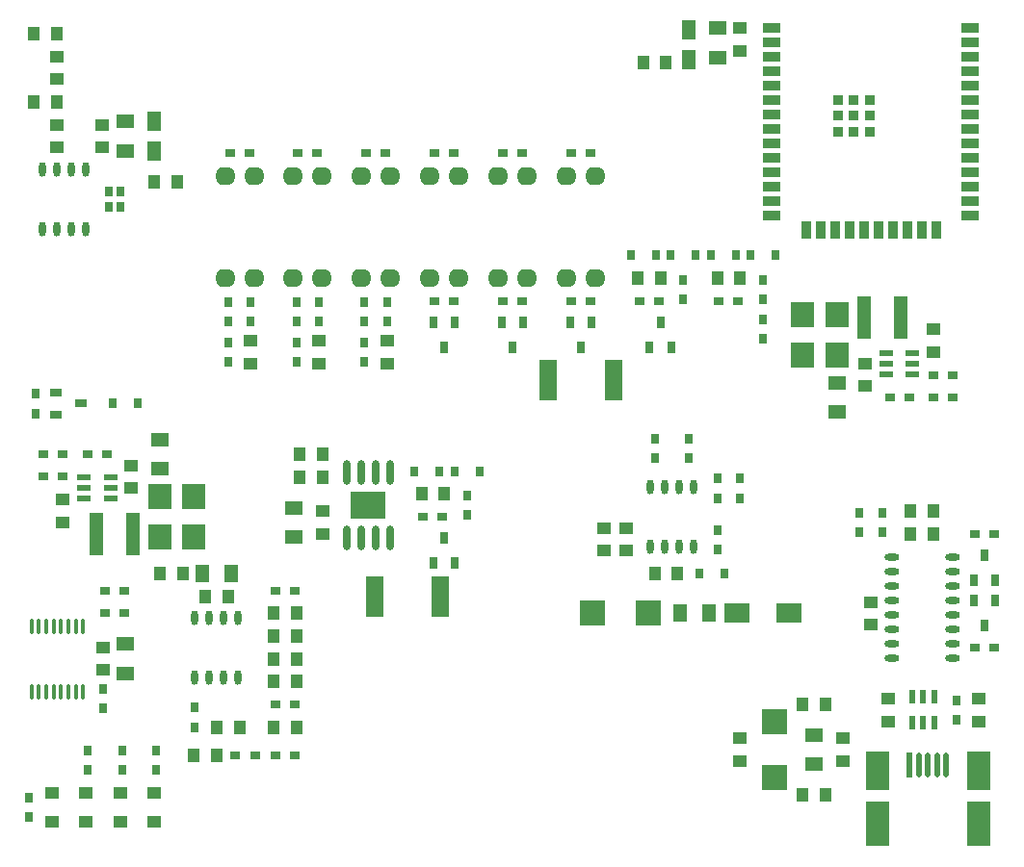
<source format=gtp>
G04*
G04 #@! TF.GenerationSoftware,Altium Limited,Altium Designer,22.10.1 (41)*
G04*
G04 Layer_Color=8421504*
%FSLAX25Y25*%
%MOIN*%
G70*
G04*
G04 #@! TF.SameCoordinates,26C55208-6D98-4306-9539-90E50C8D8735*
G04*
G04*
G04 #@! TF.FilePolarity,Positive*
G04*
G01*
G75*
%ADD14R,0.03543X0.03543*%
%ADD15R,0.03150X0.03543*%
%ADD16R,0.12205X0.09449*%
%ADD17O,0.02362X0.08661*%
%ADD18R,0.07874X0.15748*%
%ADD19R,0.07874X0.13780*%
%ADD20R,0.01968X0.08661*%
%ADD21O,0.01968X0.08661*%
%ADD22R,0.02559X0.03347*%
%ADD23R,0.03937X0.04724*%
%ADD24R,0.04724X0.03937*%
%ADD25R,0.06496X0.04724*%
%ADD26R,0.03543X0.03150*%
%ADD27R,0.03150X0.03937*%
%ADD28O,0.05118X0.02362*%
%ADD29R,0.02362X0.04724*%
%ADD30R,0.08898X0.08504*%
%ADD31O,0.02362X0.05118*%
%ADD32R,0.08504X0.08898*%
%ADD33R,0.04724X0.06496*%
%ADD34R,0.08661X0.06693*%
%ADD35R,0.04724X0.02362*%
%ADD36R,0.07874X0.08661*%
%ADD37R,0.05118X0.14567*%
%ADD38R,0.03937X0.03150*%
%ADD39R,0.04921X0.04331*%
%ADD40R,0.06496X0.14488*%
%ADD41O,0.01575X0.05315*%
%ADD42R,0.05906X0.03543*%
%ADD43R,0.03543X0.05906*%
%ADD44R,0.04921X0.07087*%
%ADD45O,0.07087X0.06299*%
%ADD46R,0.02953X0.03347*%
D14*
X287795Y249528D02*
D03*
X298819D02*
D03*
X293307D02*
D03*
X287795Y260551D02*
D03*
X298819D02*
D03*
X293307D02*
D03*
Y255039D02*
D03*
X298819D02*
D03*
X287795D02*
D03*
D15*
X10236Y151969D02*
D03*
Y158661D02*
D03*
X51968Y28543D02*
D03*
Y35236D02*
D03*
X159449Y123425D02*
D03*
Y116732D02*
D03*
X261811Y191535D02*
D03*
Y198228D02*
D03*
X234252D02*
D03*
Y191535D02*
D03*
X328740Y45866D02*
D03*
Y52559D02*
D03*
X253937Y122638D02*
D03*
Y129331D02*
D03*
X246063D02*
D03*
Y122638D02*
D03*
X236221Y136417D02*
D03*
Y143110D02*
D03*
X224410Y136417D02*
D03*
Y143110D02*
D03*
X246063Y111614D02*
D03*
Y104921D02*
D03*
X65335Y50000D02*
D03*
Y43307D02*
D03*
X7874Y18898D02*
D03*
Y12205D02*
D03*
X28346Y28543D02*
D03*
Y35236D02*
D03*
X40157Y28543D02*
D03*
Y35236D02*
D03*
X33465Y49803D02*
D03*
Y56496D02*
D03*
X131890Y190354D02*
D03*
Y183661D02*
D03*
X124016Y190354D02*
D03*
Y183661D02*
D03*
X108268Y190354D02*
D03*
Y183661D02*
D03*
X100394Y190354D02*
D03*
Y183661D02*
D03*
X124016Y176575D02*
D03*
Y169882D02*
D03*
X100394Y176575D02*
D03*
Y169882D02*
D03*
X303150Y117520D02*
D03*
Y110827D02*
D03*
X295276Y117520D02*
D03*
Y110827D02*
D03*
X261811Y184449D02*
D03*
Y177756D02*
D03*
X76772Y169882D02*
D03*
Y176575D02*
D03*
X84646Y183661D02*
D03*
Y190354D02*
D03*
X76772Y183661D02*
D03*
Y190354D02*
D03*
D16*
X125197Y120079D02*
D03*
D17*
X132697Y131378D02*
D03*
X127697D02*
D03*
X122697D02*
D03*
X117697D02*
D03*
X132697Y108780D02*
D03*
X127697D02*
D03*
X122697D02*
D03*
X117697D02*
D03*
D18*
X336417Y9843D02*
D03*
X301378D02*
D03*
D19*
X336417Y28150D02*
D03*
X301378D02*
D03*
D20*
X312598Y30118D02*
D03*
D21*
X315748D02*
D03*
X318898D02*
D03*
X322047D02*
D03*
X325197D02*
D03*
D22*
X248425Y96457D02*
D03*
X239764D02*
D03*
X257480Y206693D02*
D03*
X266142D02*
D03*
X238583D02*
D03*
X229921D02*
D03*
X243701D02*
D03*
X252362D02*
D03*
X224803Y206693D02*
D03*
X216142D02*
D03*
X155118Y131890D02*
D03*
X163779D02*
D03*
X150000Y131890D02*
D03*
X141339D02*
D03*
X37008Y155315D02*
D03*
X45669D02*
D03*
D23*
X101575Y137795D02*
D03*
X109449D02*
D03*
Y129921D02*
D03*
X101575D02*
D03*
X151575Y124016D02*
D03*
X143701D02*
D03*
X226378Y198819D02*
D03*
X218504D02*
D03*
X246063D02*
D03*
X253937D02*
D03*
X320866Y110236D02*
D03*
X312992D02*
D03*
X275590Y19685D02*
D03*
X283465D02*
D03*
X224410Y96457D02*
D03*
X232283D02*
D03*
X68898Y88583D02*
D03*
X76772D02*
D03*
X283465Y51181D02*
D03*
X275590D02*
D03*
X92520Y59055D02*
D03*
X100394D02*
D03*
X92520Y66929D02*
D03*
X100394D02*
D03*
X92520Y74803D02*
D03*
X100394D02*
D03*
Y82677D02*
D03*
X92520D02*
D03*
X100394Y43307D02*
D03*
X92520D02*
D03*
X61024Y96457D02*
D03*
X53150D02*
D03*
X72835Y43307D02*
D03*
X80709D02*
D03*
X72835Y33465D02*
D03*
X64961D02*
D03*
X320866Y118110D02*
D03*
X312992D02*
D03*
X220472Y273622D02*
D03*
X228346D02*
D03*
X59055Y232283D02*
D03*
X51181D02*
D03*
X17457Y259842D02*
D03*
X9583D02*
D03*
X17457Y283465D02*
D03*
X9583D02*
D03*
D24*
X109449Y110236D02*
D03*
Y118110D02*
D03*
X299213Y86614D02*
D03*
Y78740D02*
D03*
X336614Y53150D02*
D03*
Y45276D02*
D03*
X305118D02*
D03*
Y53150D02*
D03*
X289370Y31496D02*
D03*
Y39370D02*
D03*
X214567Y104331D02*
D03*
Y112205D02*
D03*
X206693D02*
D03*
Y104331D02*
D03*
X43307Y125984D02*
D03*
Y133858D02*
D03*
X19685Y114173D02*
D03*
Y122047D02*
D03*
X33465Y70866D02*
D03*
Y62992D02*
D03*
X131890Y177165D02*
D03*
Y169291D02*
D03*
X108268Y177165D02*
D03*
Y169291D02*
D03*
X297244Y169291D02*
D03*
Y161417D02*
D03*
X320866Y173228D02*
D03*
Y181102D02*
D03*
X253937Y277559D02*
D03*
Y285433D02*
D03*
X17457Y251969D02*
D03*
Y244094D02*
D03*
X33205D02*
D03*
Y251969D02*
D03*
X17457Y275590D02*
D03*
Y267717D02*
D03*
X253937Y39370D02*
D03*
Y31496D02*
D03*
X84646Y169291D02*
D03*
Y177165D02*
D03*
D25*
X99606Y119291D02*
D03*
Y109055D02*
D03*
X279528Y30315D02*
D03*
Y40551D02*
D03*
X53150Y132677D02*
D03*
Y142913D02*
D03*
X41339Y72047D02*
D03*
Y61811D02*
D03*
X287402Y162598D02*
D03*
Y152362D02*
D03*
X246063Y285433D02*
D03*
Y275197D02*
D03*
X41079Y242913D02*
D03*
Y253150D02*
D03*
D26*
X144291Y116142D02*
D03*
X150984D02*
D03*
X225787Y190945D02*
D03*
X219094D02*
D03*
X246654Y190945D02*
D03*
X253346D02*
D03*
X341929Y70866D02*
D03*
X335236D02*
D03*
X34843Y137795D02*
D03*
X28150D02*
D03*
X12992D02*
D03*
X19685D02*
D03*
X12992Y130118D02*
D03*
X19685D02*
D03*
X34055Y82677D02*
D03*
X40748D02*
D03*
X34055Y90551D02*
D03*
X40748D02*
D03*
X99803D02*
D03*
X93110D02*
D03*
X93110Y51181D02*
D03*
X99803D02*
D03*
X99803Y33465D02*
D03*
X93110D02*
D03*
X86024D02*
D03*
X79331D02*
D03*
X202165Y190945D02*
D03*
X195472D02*
D03*
X178543D02*
D03*
X171850D02*
D03*
X154921Y190945D02*
D03*
X148228D02*
D03*
X341929Y110236D02*
D03*
X335236D02*
D03*
X327559Y165157D02*
D03*
X320866D02*
D03*
X320866Y157480D02*
D03*
X327559D02*
D03*
X312402D02*
D03*
X305709D02*
D03*
X202165Y242126D02*
D03*
X195472D02*
D03*
X178543D02*
D03*
X171850D02*
D03*
X154921Y242126D02*
D03*
X148228D02*
D03*
X124606Y242126D02*
D03*
X131299D02*
D03*
X100984D02*
D03*
X107677D02*
D03*
X77362D02*
D03*
X84055D02*
D03*
D27*
X222638Y174803D02*
D03*
X230118D02*
D03*
X226378Y183465D02*
D03*
X198819Y174803D02*
D03*
X195079Y183465D02*
D03*
X202559D02*
D03*
X175197Y174803D02*
D03*
X171457Y183465D02*
D03*
X178937D02*
D03*
X151575Y174803D02*
D03*
X147835Y183465D02*
D03*
X155315D02*
D03*
X338583Y78347D02*
D03*
X334842Y87008D02*
D03*
X342323D02*
D03*
X334842Y94095D02*
D03*
X342323D02*
D03*
X338583Y102756D02*
D03*
X147835Y100000D02*
D03*
X155315D02*
D03*
X151575Y108661D02*
D03*
D28*
X306496Y102146D02*
D03*
Y97146D02*
D03*
Y92146D02*
D03*
Y87146D02*
D03*
X327362Y102146D02*
D03*
Y97146D02*
D03*
Y92146D02*
D03*
Y87146D02*
D03*
X306496Y82146D02*
D03*
Y77146D02*
D03*
Y72146D02*
D03*
Y67146D02*
D03*
X327362Y82146D02*
D03*
Y77146D02*
D03*
Y72146D02*
D03*
Y67146D02*
D03*
D29*
X313583Y44685D02*
D03*
X317323D02*
D03*
X321063D02*
D03*
X317323Y53740D02*
D03*
X321063D02*
D03*
X313583D02*
D03*
D30*
X265748Y25787D02*
D03*
Y45079D02*
D03*
D31*
X237815Y126575D02*
D03*
X232815D02*
D03*
X227815D02*
D03*
X222815D02*
D03*
X237815Y105709D02*
D03*
X232815D02*
D03*
X227815D02*
D03*
X222815D02*
D03*
X80335Y81299D02*
D03*
X75335D02*
D03*
X70335D02*
D03*
X65335D02*
D03*
X80335Y60433D02*
D03*
X75335D02*
D03*
X70335D02*
D03*
X65335D02*
D03*
X12382Y215748D02*
D03*
X17382D02*
D03*
X22382D02*
D03*
X27382D02*
D03*
X12382Y236614D02*
D03*
X17382D02*
D03*
X22382D02*
D03*
X27382D02*
D03*
D32*
X222244Y82677D02*
D03*
X202953D02*
D03*
D33*
X243307D02*
D03*
X233071D02*
D03*
X67716Y96457D02*
D03*
X77953D02*
D03*
D34*
X252756Y82677D02*
D03*
X270866D02*
D03*
D35*
X36024Y122441D02*
D03*
Y126181D02*
D03*
Y129921D02*
D03*
X26969D02*
D03*
Y126181D02*
D03*
Y122441D02*
D03*
X304528Y172835D02*
D03*
Y169095D02*
D03*
Y165354D02*
D03*
X313583D02*
D03*
Y169095D02*
D03*
Y172835D02*
D03*
D36*
X53150Y109055D02*
D03*
Y123228D02*
D03*
X64961Y109055D02*
D03*
Y123228D02*
D03*
X275590Y172047D02*
D03*
Y186221D02*
D03*
X287402Y172047D02*
D03*
Y186221D02*
D03*
D37*
X43701Y110236D02*
D03*
X31102D02*
D03*
X309449Y185039D02*
D03*
X296850D02*
D03*
D38*
X17323Y159055D02*
D03*
Y151575D02*
D03*
X25984Y155315D02*
D03*
D39*
X51181Y20472D02*
D03*
Y10630D02*
D03*
X39370D02*
D03*
Y20472D02*
D03*
X27559D02*
D03*
Y10630D02*
D03*
X15748D02*
D03*
Y20472D02*
D03*
D40*
X210078Y163385D02*
D03*
X187598D02*
D03*
X127559Y88583D02*
D03*
X150039D02*
D03*
D41*
X8760Y55610D02*
D03*
X11319D02*
D03*
X13878D02*
D03*
X16437D02*
D03*
X18996D02*
D03*
X21555D02*
D03*
X24114D02*
D03*
X26673D02*
D03*
X8760Y78248D02*
D03*
X11319D02*
D03*
X13878D02*
D03*
X16437D02*
D03*
X18996D02*
D03*
X21555D02*
D03*
X24114D02*
D03*
X26673D02*
D03*
D42*
X264764Y250433D02*
D03*
Y255433D02*
D03*
Y260433D02*
D03*
Y265433D02*
D03*
Y285433D02*
D03*
Y280433D02*
D03*
Y275433D02*
D03*
Y270433D02*
D03*
Y220433D02*
D03*
Y225433D02*
D03*
Y230433D02*
D03*
Y235433D02*
D03*
Y240433D02*
D03*
Y245433D02*
D03*
X333661Y220433D02*
D03*
Y225433D02*
D03*
Y230433D02*
D03*
Y235433D02*
D03*
Y240433D02*
D03*
Y245433D02*
D03*
Y250433D02*
D03*
Y255433D02*
D03*
Y260433D02*
D03*
Y265433D02*
D03*
Y270433D02*
D03*
Y275433D02*
D03*
Y280433D02*
D03*
Y285433D02*
D03*
D43*
X276713Y215512D02*
D03*
X281713D02*
D03*
X286713D02*
D03*
X291713D02*
D03*
X316713D02*
D03*
X296713D02*
D03*
X321713D02*
D03*
X306713D02*
D03*
X301713D02*
D03*
X311713D02*
D03*
D44*
X236221Y284646D02*
D03*
Y274409D02*
D03*
X51181Y253150D02*
D03*
Y242913D02*
D03*
D45*
X193819Y198819D02*
D03*
X203819D02*
D03*
X193819Y234252D02*
D03*
X203819D02*
D03*
X170197Y198819D02*
D03*
X180197D02*
D03*
X170197Y234252D02*
D03*
X180197D02*
D03*
X146575Y198819D02*
D03*
X156575D02*
D03*
X146575Y234252D02*
D03*
X156575D02*
D03*
X132953Y234252D02*
D03*
X122953D02*
D03*
X132953Y198819D02*
D03*
X122953D02*
D03*
X109331Y234252D02*
D03*
X99331D02*
D03*
X109331Y198819D02*
D03*
X99331D02*
D03*
X85709Y234252D02*
D03*
X75709D02*
D03*
X85709Y198819D02*
D03*
X75709D02*
D03*
D46*
X35531Y223524D02*
D03*
Y228839D02*
D03*
X39665Y223524D02*
D03*
Y228839D02*
D03*
M02*

</source>
